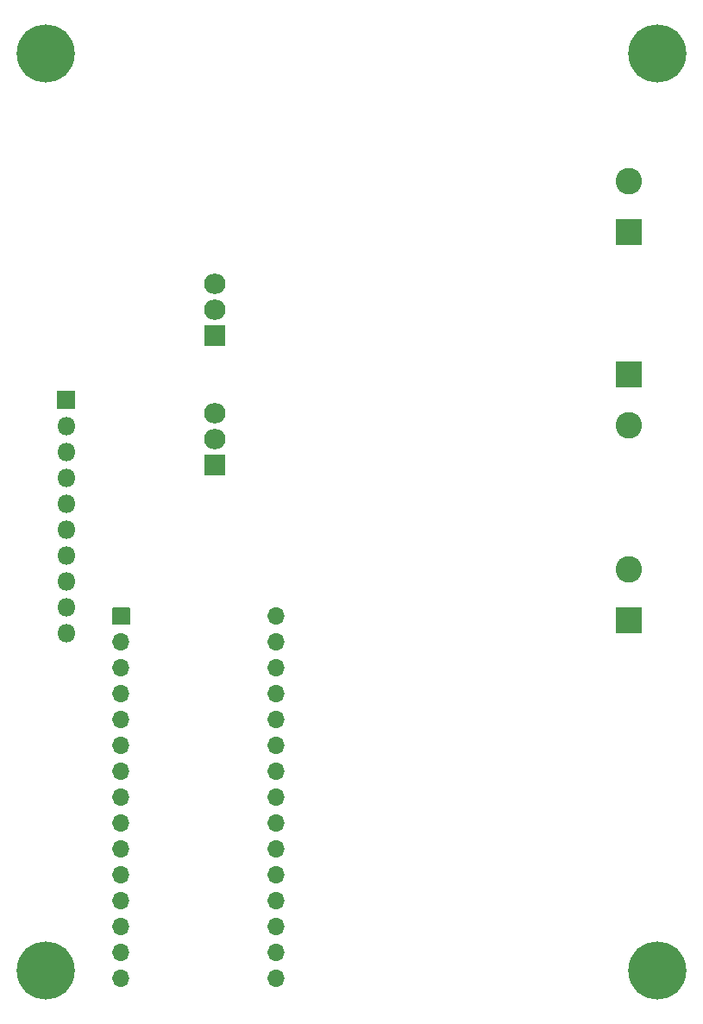
<source format=gbr>
%TF.GenerationSoftware,KiCad,Pcbnew,5.1.10*%
%TF.CreationDate,2021-10-26T18:06:13-04:00*%
%TF.ProjectId,BREAD_Slice,42524541-445f-4536-9c69-63652e6b6963,rev?*%
%TF.SameCoordinates,Original*%
%TF.FileFunction,Soldermask,Top*%
%TF.FilePolarity,Negative*%
%FSLAX46Y46*%
G04 Gerber Fmt 4.6, Leading zero omitted, Abs format (unit mm)*
G04 Created by KiCad (PCBNEW 5.1.10) date 2021-10-26 18:06:13*
%MOMM*%
%LPD*%
G01*
G04 APERTURE LIST*
%ADD10O,2.100000X2.005000*%
%ADD11C,2.600000*%
%ADD12C,5.700000*%
%ADD13O,1.700000X1.700000*%
%ADD14O,1.800000X1.800000*%
G04 APERTURE END LIST*
D10*
%TO.C,Q2*%
X144190000Y-67410000D03*
X144190000Y-69950000D03*
G36*
G01*
X145190000Y-73492500D02*
X143190000Y-73492500D01*
G75*
G02*
X143140000Y-73442500I0J50000D01*
G01*
X143140000Y-71537500D01*
G75*
G02*
X143190000Y-71487500I50000J0D01*
G01*
X145190000Y-71487500D01*
G75*
G02*
X145240000Y-71537500I0J-50000D01*
G01*
X145240000Y-73442500D01*
G75*
G02*
X145190000Y-73492500I-50000J0D01*
G01*
G37*
%TD*%
%TO.C,Q1*%
X144190000Y-80110000D03*
X144190000Y-82650000D03*
G36*
G01*
X145190000Y-86192500D02*
X143190000Y-86192500D01*
G75*
G02*
X143140000Y-86142500I0J50000D01*
G01*
X143140000Y-84237500D01*
G75*
G02*
X143190000Y-84187500I50000J0D01*
G01*
X145190000Y-84187500D01*
G75*
G02*
X145240000Y-84237500I0J-50000D01*
G01*
X145240000Y-86142500D01*
G75*
G02*
X145190000Y-86192500I-50000J0D01*
G01*
G37*
%TD*%
D11*
%TO.C,J4*%
X184830000Y-95430000D03*
G36*
G01*
X186080000Y-101730000D02*
X183580000Y-101730000D01*
G75*
G02*
X183530000Y-101680000I0J50000D01*
G01*
X183530000Y-99180000D01*
G75*
G02*
X183580000Y-99130000I50000J0D01*
G01*
X186080000Y-99130000D01*
G75*
G02*
X186130000Y-99180000I0J-50000D01*
G01*
X186130000Y-101680000D01*
G75*
G02*
X186080000Y-101730000I-50000J0D01*
G01*
G37*
%TD*%
%TO.C,J3*%
X184830000Y-57330000D03*
G36*
G01*
X186080000Y-63630000D02*
X183580000Y-63630000D01*
G75*
G02*
X183530000Y-63580000I0J50000D01*
G01*
X183530000Y-61080000D01*
G75*
G02*
X183580000Y-61030000I50000J0D01*
G01*
X186080000Y-61030000D01*
G75*
G02*
X186130000Y-61080000I0J-50000D01*
G01*
X186130000Y-63580000D01*
G75*
G02*
X186080000Y-63630000I-50000J0D01*
G01*
G37*
%TD*%
%TO.C,J2*%
X184830000Y-81300000D03*
G36*
G01*
X183580000Y-75000000D02*
X186080000Y-75000000D01*
G75*
G02*
X186130000Y-75050000I0J-50000D01*
G01*
X186130000Y-77550000D01*
G75*
G02*
X186080000Y-77600000I-50000J0D01*
G01*
X183580000Y-77600000D01*
G75*
G02*
X183530000Y-77550000I0J50000D01*
G01*
X183530000Y-75050000D01*
G75*
G02*
X183580000Y-75000000I50000J0D01*
G01*
G37*
%TD*%
D12*
%TO.C,H4*%
X187600000Y-134800000D03*
%TD*%
%TO.C,H3*%
X127600000Y-134800000D03*
%TD*%
%TO.C,H2*%
X187600000Y-44800000D03*
%TD*%
%TO.C,H1*%
X127600000Y-44800000D03*
%TD*%
%TO.C,A1*%
G36*
G01*
X134150000Y-100800000D02*
X134150000Y-99200000D01*
G75*
G02*
X134200000Y-99150000I50000J0D01*
G01*
X135800000Y-99150000D01*
G75*
G02*
X135850000Y-99200000I0J-50000D01*
G01*
X135850000Y-100800000D01*
G75*
G02*
X135800000Y-100850000I-50000J0D01*
G01*
X134200000Y-100850000D01*
G75*
G02*
X134150000Y-100800000I0J50000D01*
G01*
G37*
D13*
X150240000Y-133020000D03*
X135000000Y-102540000D03*
X150240000Y-130480000D03*
X135000000Y-105080000D03*
X150240000Y-127940000D03*
X135000000Y-107620000D03*
X150240000Y-125400000D03*
X135000000Y-110160000D03*
X150240000Y-122860000D03*
X135000000Y-112700000D03*
X150240000Y-120320000D03*
X135000000Y-115240000D03*
X150240000Y-117780000D03*
X135000000Y-117780000D03*
X150240000Y-115240000D03*
X135000000Y-120320000D03*
X150240000Y-112700000D03*
X135000000Y-122860000D03*
X150240000Y-110160000D03*
X135000000Y-125400000D03*
X150240000Y-107620000D03*
X135000000Y-127940000D03*
X150240000Y-105080000D03*
X135000000Y-130480000D03*
X150240000Y-102540000D03*
X135000000Y-133020000D03*
X150240000Y-100000000D03*
X135000000Y-135560000D03*
X150240000Y-135560000D03*
%TD*%
%TO.C,J1*%
G36*
G01*
X128700000Y-79650000D02*
X128700000Y-77950000D01*
G75*
G02*
X128750000Y-77900000I50000J0D01*
G01*
X130450000Y-77900000D01*
G75*
G02*
X130500000Y-77950000I0J-50000D01*
G01*
X130500000Y-79650000D01*
G75*
G02*
X130450000Y-79700000I-50000J0D01*
G01*
X128750000Y-79700000D01*
G75*
G02*
X128700000Y-79650000I0J50000D01*
G01*
G37*
D14*
X129600000Y-81340000D03*
X129600000Y-83880000D03*
X129600000Y-86420000D03*
X129600000Y-88960000D03*
X129600000Y-91500000D03*
X129600000Y-94040000D03*
X129600000Y-96580000D03*
X129600000Y-99120000D03*
X129600000Y-101660000D03*
%TD*%
M02*

</source>
